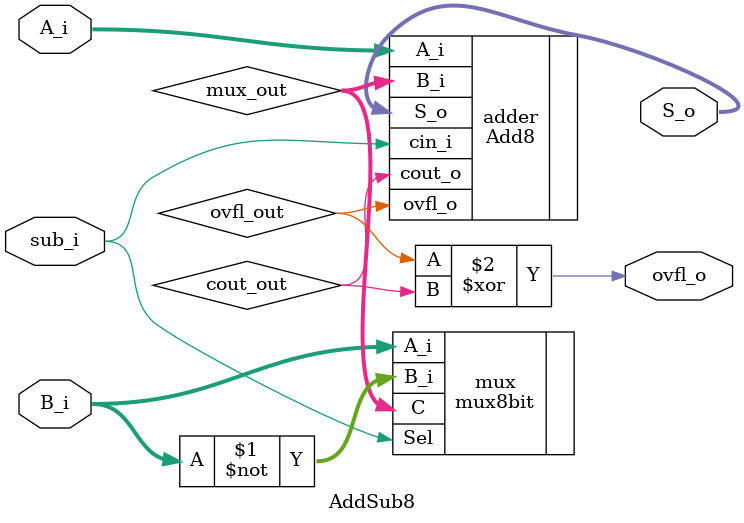
<source format=v>
`timescale 1ns / 1ps

module AddSub8(
    input  [7:0] A_i,               // Input A (first operand) - always zero
    input  [7:0] B_i,               // Input B (second operand) - value from sw[7:0] (switches)
    input        sub_i,             // btnU button: 0 → A_i + B_i,  1 → A_i - B_i
    output [7:0] S_o,               // Output: sum (S_o) or difference depending on sub_i
    output       ovfl_o             // Output: signed overflow flag, indicates overflow during addition/subtraction
);
    wire [7:0] mux_out;             // Mux output: either B_i or ~B_i depending on sub_i (subtraction or addition)

    mux8bit mux(
        .A_i(B_i),          // Option #1: B_i (from switches)
        .B_i(~B_i),         // Option #2: ~B_i (negation of B_i, used for subtraction)
        .Sel(sub_i),        // Selection: 0 → use B_i (addition), 1 → use ~B_i (subtraction)
        .C(mux_out)         // Output: selected value (either B_i or ~B_i)
    );
    
    wire ovfl_out;          // Intermediate signal for adjusted overflow flag
    wire cout_out;          // Carry-out from the most significant bit (MSB) of the addition/subtraction operation
     
    // A - B = A +(~B + 1)
    // sub_i = 0: S = A + B + 0
    // sub_i = 1: S = A + ~B + 1 = A - B
    Add8 adder(
        .A_i(A_i),          // First operand A (always 0)
        .B_i(mux_out),      // Second operand: either B_i or ~B_i (negated B_i for subtraction)
        .cin_i(sub_i),      // Carry-in: 0 for addition, 1 for subtraction (A + ~B + 1)
        .S_o(S_o),          // Sum (or difference)
        .ovfl_o(ovfl_out),  // Overflow flag: set if signed overflow occurs
        .cout_o(cout_out)   // Carry-out flag (for unsigned overflow detection)
    );

    assign ovfl_o = ovfl_out ^ cout_out; // Assign the final overflow value to the output
 
endmodule
</source>
